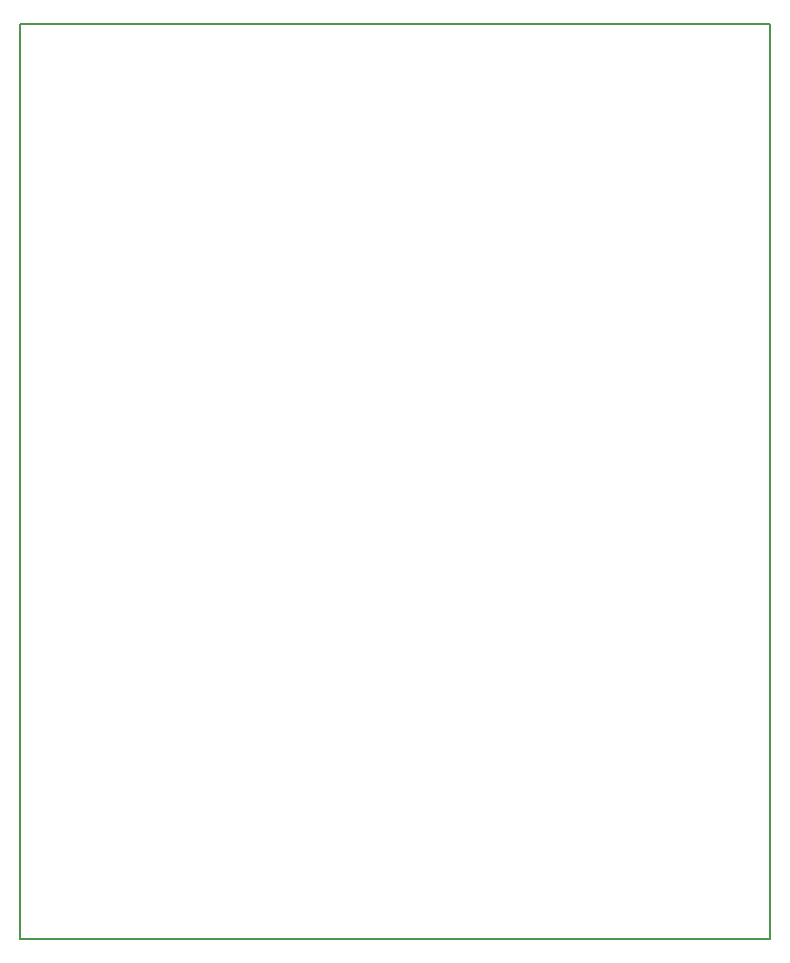
<source format=gbr>
G04 #@! TF.GenerationSoftware,KiCad,Pcbnew,5.0.2-bee76a0~70~ubuntu18.04.1*
G04 #@! TF.CreationDate,2019-07-25T22:31:23-04:00*
G04 #@! TF.ProjectId,knuth-gateway,6b6e7574-682d-4676-9174-657761792e6b,rev?*
G04 #@! TF.SameCoordinates,Original*
G04 #@! TF.FileFunction,Profile,NP*
%FSLAX46Y46*%
G04 Gerber Fmt 4.6, Leading zero omitted, Abs format (unit mm)*
G04 Created by KiCad (PCBNEW 5.0.2-bee76a0~70~ubuntu18.04.1) date Thu 25 Jul 2019 10:31:23 PM EDT*
%MOMM*%
%LPD*%
G01*
G04 APERTURE LIST*
%ADD10C,0.200000*%
G04 APERTURE END LIST*
D10*
X208280000Y-49530000D02*
X208280000Y-52070000D01*
X271780000Y-49530000D02*
X208280000Y-49530000D01*
X271780000Y-52070000D02*
X271780000Y-49530000D01*
X208280000Y-52070000D02*
X208280000Y-55880000D01*
X271780000Y-127000000D02*
X271780000Y-52070000D01*
X208280000Y-127000000D02*
X271780000Y-127000000D01*
X208280000Y-120650000D02*
X208280000Y-127000000D01*
X208280000Y-120650000D02*
X208280000Y-118110000D01*
X208280000Y-118110000D02*
X208280000Y-55880000D01*
M02*

</source>
